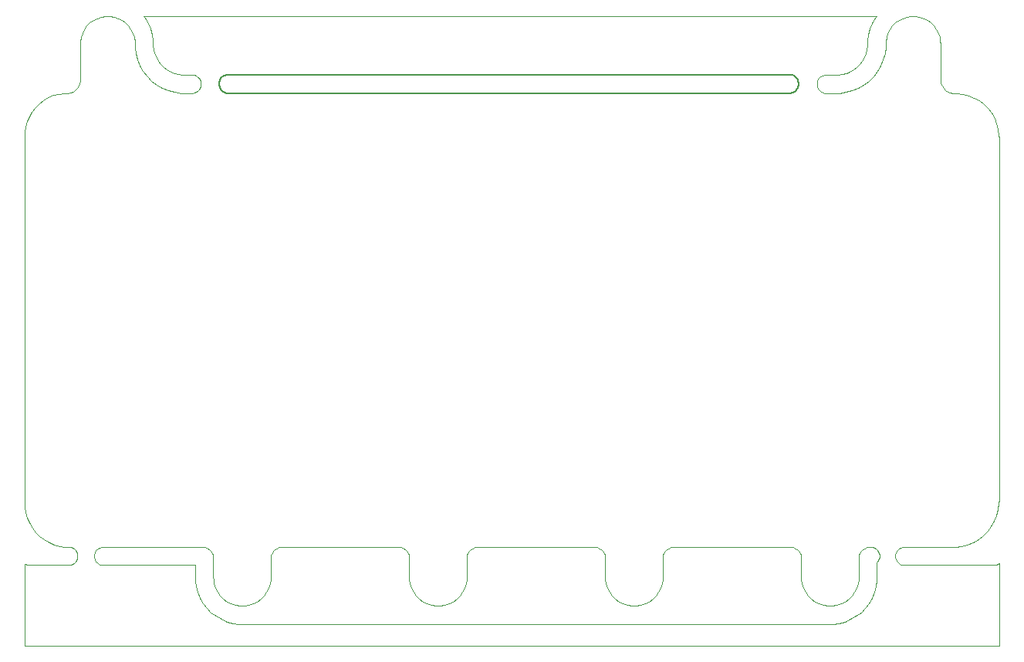
<source format=gko>
G04*
G04 #@! TF.GenerationSoftware,Altium Limited,Altium Designer,23.4.1 (23)*
G04*
G04 Layer_Color=16711935*
%FSLAX44Y44*%
%MOMM*%
G71*
G04*
G04 #@! TF.SameCoordinates,3060DD58-918D-4E1B-9459-4C9D01607EA3*
G04*
G04*
G04 #@! TF.FilePolarity,Positive*
G04*
G01*
G75*
%ADD70C,0.2000*%
%ADD71C,0.1000*%
D70*
X839985Y626586D02*
X841918Y626201D01*
X843739Y625447D01*
X845377Y624352D01*
X846770Y622959D01*
X847865Y621321D01*
X848619Y619500D01*
X849004Y617567D01*
Y616582D02*
Y617567D01*
Y615597D02*
Y616582D01*
X848619Y613664D02*
X849004Y615597D01*
X847865Y611843D02*
X848619Y613664D01*
X846770Y610205D02*
X847865Y611843D01*
X845377Y608812D02*
X846770Y610205D01*
X843739Y607717D02*
X845377Y608812D01*
X841918Y606963D02*
X843739Y607717D01*
X839985Y606578D02*
X841918Y606963D01*
X839000Y606578D02*
X839985D01*
X223000Y606578D02*
X839000Y606578D01*
X221683Y606578D02*
X223000D01*
X219139Y607260D02*
X221683Y606578D01*
X216857Y608577D02*
X219139Y607260D01*
X214995Y610439D02*
X216857Y608577D01*
X213678Y612721D02*
X214995Y610439D01*
X212996Y615265D02*
X213678Y612721D01*
X212996Y615265D02*
Y617899D01*
X213678Y620443D01*
X214995Y622724D01*
X216857Y624587D01*
X219139Y625904D01*
X221683Y626586D01*
X223000D01*
X839000Y626586D01*
X839985D01*
D71*
X928458Y108499D02*
X930403Y108126D01*
X932238Y107380D01*
X933891Y106287D01*
X935297Y104893D01*
X936403Y103249D01*
X937164Y101420D01*
X937553Y99478D01*
X937553Y98488D02*
X937553Y99478D01*
X937553Y98488D02*
X937553Y97529D01*
X937189Y95647D02*
X937553Y97529D01*
X936474Y93869D02*
X937189Y95647D01*
X935435Y92258D02*
X936474Y93869D01*
X934772Y91566D02*
X935435Y92258D01*
X934772Y91566D02*
X934772D01*
Y75488D02*
Y91566D01*
Y72113D02*
Y75488D01*
X933891Y65421D02*
X934772Y72113D01*
X932144Y58901D02*
X933891Y65421D01*
X929561Y52665D02*
X932144Y58901D01*
X926186Y46819D02*
X929561Y52665D01*
X922077Y41464D02*
X926186Y46819D01*
X917304Y36691D02*
X922077Y41464D01*
X911949Y32582D02*
X917304Y36691D01*
X906103Y29207D02*
X911949Y32582D01*
X899867Y26624D02*
X906103Y29207D01*
X893347Y24877D02*
X899867Y26624D01*
X886655Y23996D02*
X893347Y24877D01*
X879905Y23996D02*
X886655D01*
X879903Y23996D02*
X879905Y23996D01*
X671657Y23996D02*
X879903D01*
X671655Y23996D02*
X671657Y23996D01*
X664905Y23996D02*
X671655D01*
X664903Y23996D02*
X664905Y23996D01*
X456657Y23996D02*
X664903D01*
X456655Y23996D02*
X456657Y23996D01*
X449905Y23996D02*
X456655D01*
X449903Y23996D02*
X449905Y23996D01*
X241657Y23996D02*
X449903D01*
X241655Y23996D02*
X241657Y23996D01*
X234905Y23996D02*
X241655D01*
X228213Y24877D02*
X234905Y23996D01*
X221693Y26624D02*
X228213Y24877D01*
X215457Y29207D02*
X221693Y26624D01*
X209611Y32582D02*
X215457Y29207D01*
X204256Y36691D02*
X209611Y32582D01*
X199483Y41464D02*
X204256Y36691D01*
X195374Y46819D02*
X199483Y41464D01*
X191999Y52665D02*
X195374Y46819D01*
X189416Y58901D02*
X191999Y52665D01*
X187669Y65421D02*
X189416Y58901D01*
X186788Y72113D02*
X187669Y65421D01*
X186788Y72113D02*
Y75488D01*
Y88484D01*
X84683D02*
X186788D01*
X82139Y89165D02*
X84683Y88484D01*
X79857Y90483D02*
X82139Y89165D01*
X77995Y92345D02*
X79857Y90483D01*
X76678Y94626D02*
X77995Y92345D01*
X75996Y97170D02*
X76678Y94626D01*
X75996Y97170D02*
Y99805D01*
X76678Y102349D01*
X77995Y104630D01*
X79857Y106493D01*
X82139Y107810D01*
X84683Y108491D01*
X194092D01*
X194139Y108491D01*
X195385Y108487D01*
X197826Y107994D01*
X200125Y107037D01*
X202194Y105651D01*
X203955Y103890D01*
X205341Y101821D01*
X206298Y99522D01*
X206791Y97080D01*
X206796Y95835D01*
X206796Y95835D01*
X206796Y95788D01*
Y75488D02*
Y95788D01*
Y75488D02*
X206893Y73018D01*
X207666Y68138D01*
X209192Y63439D01*
X211435Y59037D01*
X214339Y55040D01*
X217833Y51547D01*
X221829Y48643D01*
X226231Y46400D01*
X230930Y44873D01*
X235810Y44101D01*
X240750D01*
X245630Y44873D01*
X250329Y46400D01*
X254730Y48643D01*
X258727Y51547D01*
X262221Y55040D01*
X265125Y59037D01*
X267368Y63439D01*
X268894Y68138D01*
X269667Y73018D01*
X269764Y75488D01*
Y95788D01*
Y97039D01*
X270252Y99493D01*
X271210Y101805D01*
X272600Y103886D01*
X274370Y105655D01*
X276450Y107045D01*
X278762Y108003D01*
X281216Y108491D01*
X282468Y108491D01*
X282468Y108491D01*
X282549Y108491D01*
X409092D01*
X409141Y108491D01*
X410389Y108486D01*
X412836Y107991D01*
X415139Y107029D01*
X417211Y105638D01*
X418973Y103869D01*
X420356Y101792D01*
X421310Y99485D01*
X421795Y97036D01*
Y95788D02*
Y97036D01*
Y95788D02*
X421795Y95788D01*
X421796Y95706D01*
Y75488D02*
Y95706D01*
Y75488D02*
X421893Y73018D01*
X422665Y68138D01*
X424192Y63439D01*
X426435Y59037D01*
X429339Y55040D01*
X432832Y51547D01*
X436829Y48643D01*
X441231Y46400D01*
X445930Y44873D01*
X450810Y44101D01*
X455750D01*
X460630Y44873D01*
X465328Y46400D01*
X469730Y48643D01*
X473727Y51547D01*
X477221Y55040D01*
X480125Y59037D01*
X482368Y63439D01*
X483894Y68138D01*
X484667Y73018D01*
X484764Y75488D01*
Y95788D01*
Y97039D01*
X485252Y99493D01*
X486210Y101805D01*
X487600Y103886D01*
X489370Y105655D01*
X491450Y107045D01*
X493762Y108003D01*
X496216Y108491D01*
X497468Y108491D01*
X497468Y108491D01*
X497549Y108491D01*
X624092D01*
X624141Y108491D01*
X625389Y108486D01*
X627836Y107991D01*
X630139Y107029D01*
X632211Y105638D01*
X633973Y103869D01*
X635356Y101792D01*
X636310Y99485D01*
X636795Y97036D01*
Y95788D02*
Y97036D01*
Y95788D02*
X636795Y95788D01*
X636796Y95706D01*
Y75488D02*
Y95706D01*
Y75488D02*
X636893Y73018D01*
X637665Y68138D01*
X639192Y63439D01*
X641435Y59037D01*
X644339Y55040D01*
X647832Y51547D01*
X651829Y48643D01*
X656231Y46400D01*
X660930Y44873D01*
X665810Y44101D01*
X670750D01*
X675630Y44873D01*
X680329Y46400D01*
X684731Y48643D01*
X688727Y51547D01*
X692221Y55040D01*
X695125Y59037D01*
X697368Y63439D01*
X698894Y68138D01*
X699667Y73018D01*
X699764Y75488D01*
Y95788D01*
Y97039D01*
X700253Y99493D01*
X701210Y101805D01*
X702600Y103886D01*
X704370Y105655D01*
X706450Y107045D01*
X708762Y108003D01*
X711216Y108491D01*
X712468Y108491D01*
X712468Y108491D01*
X712549Y108491D01*
X839070Y108491D01*
X839141Y108491D01*
X840389Y108486D01*
X842835Y107991D01*
X845139Y107029D01*
X847211Y105638D01*
X848973Y103869D01*
X850356Y101792D01*
X851309Y99485D01*
X851795Y97036D01*
Y95788D02*
Y97036D01*
Y95788D02*
X851795Y95788D01*
X851796Y95706D01*
Y75488D02*
Y95706D01*
Y75488D02*
X851893Y73018D01*
X852665Y68138D01*
X854192Y63439D01*
X856435Y59037D01*
X859339Y55040D01*
X862832Y51547D01*
X866829Y48643D01*
X871231Y46400D01*
X875930Y44873D01*
X880810Y44101D01*
X885750D01*
X890630Y44873D01*
X895329Y46400D01*
X899731Y48643D01*
X903727Y51547D01*
X907221Y55040D01*
X910125Y59037D01*
X912368Y63439D01*
X913894Y68138D01*
X914667Y73018D01*
X914764Y75488D01*
Y95788D01*
Y97039D01*
X915252Y99493D01*
X916210Y101805D01*
X917600Y103886D01*
X919370Y105655D01*
X921450Y107045D01*
X923762Y108003D01*
X926216Y108491D01*
X927467Y108491D01*
X927468Y108491D01*
X928458Y108499D01*
X839985Y626586D02*
X841918Y626201D01*
X843739Y625447D01*
X845377Y624352D01*
X846770Y622959D01*
X847865Y621321D01*
X848619Y619500D01*
X849004Y617567D01*
Y616582D02*
Y617567D01*
Y615597D02*
Y616582D01*
X848619Y613664D02*
X849004Y615597D01*
X847865Y611843D02*
X848619Y613664D01*
X846770Y610205D02*
X847865Y611843D01*
X845377Y608812D02*
X846770Y610205D01*
X843739Y607717D02*
X845377Y608812D01*
X841918Y606963D02*
X843739Y607717D01*
X839985Y606578D02*
X841918Y606963D01*
X839000Y606578D02*
X839985D01*
X223000Y606578D02*
X839000Y606578D01*
X221683Y606578D02*
X223000D01*
X219139Y607260D02*
X221683Y606578D01*
X216857Y608577D02*
X219139Y607260D01*
X214995Y610439D02*
X216857Y608577D01*
X213678Y612721D02*
X214995Y610439D01*
X212996Y615265D02*
X213678Y612721D01*
X212996Y615265D02*
Y617899D01*
X213678Y620443D01*
X214995Y622724D01*
X216857Y624587D01*
X219139Y625904D01*
X221683Y626586D01*
X223000D01*
X839000Y626586D01*
X839985D01*
X3Y560908D02*
Y560908D01*
Y560908D02*
Y560908D01*
X932839Y688776D02*
X934547Y691000D01*
X130612D02*
X934547D01*
X130612D02*
X132340Y688748D01*
X135617Y683072D01*
X138126Y677016D01*
X139822Y670684D01*
X140678Y664185D01*
Y660908D02*
Y664185D01*
Y660908D02*
X140751Y658663D01*
X141337Y654212D01*
X142499Y649875D01*
X144218Y645727D01*
X146462Y641840D01*
X149195Y638278D01*
X152370Y635103D01*
X155932Y632370D01*
X159820Y630125D01*
X163968Y628407D01*
X168304Y627245D01*
X172755Y626659D01*
X175000Y626586D01*
X183985D01*
X185918Y626201D01*
X187739Y625447D01*
X189377Y624352D01*
X190770Y622959D01*
X191865Y621321D01*
X192619Y619500D01*
X193004Y617567D01*
Y616582D02*
Y617567D01*
Y615597D02*
Y616582D01*
X192619Y613664D02*
X193004Y615597D01*
X191865Y611843D02*
X192619Y613664D01*
X190770Y610205D02*
X191865Y611843D01*
X189377Y608811D02*
X190770Y610205D01*
X187739Y607717D02*
X189377Y608811D01*
X185918Y606963D02*
X187739Y607717D01*
X183985Y606578D02*
X185918Y606963D01*
X171439Y606578D02*
X183985D01*
X164378Y607508D02*
X171439Y606578D01*
X157499Y609351D02*
X164378Y607508D01*
X150919Y612076D02*
X157499Y609351D01*
X144751Y615638D02*
X150919Y612076D01*
X139101Y619973D02*
X144751Y615638D01*
X134065Y625009D02*
X139101Y619973D01*
X129729Y630659D02*
X134065Y625009D01*
X126169Y636827D02*
X129729Y630659D01*
X123443Y643407D02*
X126169Y636827D01*
X121600Y650286D02*
X123443Y643407D01*
X120670Y657347D02*
X121600Y650286D01*
X120670Y657347D02*
X120670Y660908D01*
X120578Y663261D02*
X120670Y660908D01*
X119841Y667910D02*
X120578Y663261D01*
X118387Y672387D02*
X119841Y667910D01*
X116250Y676581D02*
X118387Y672387D01*
X113483Y680389D02*
X116250Y676581D01*
X110155Y683717D02*
X113483Y680389D01*
X106347Y686484D02*
X110155Y683717D01*
X102153Y688621D02*
X106347Y686484D01*
X97676Y690076D02*
X102153Y688621D01*
X93027Y690812D02*
X97676Y690076D01*
X88320Y690812D02*
X93027D01*
X83671Y690076D02*
X88320Y690812D01*
X79195Y688621D02*
X83671Y690076D01*
X75001Y686484D02*
X79195Y688621D01*
X71193Y683717D02*
X75001Y686484D01*
X67864Y680389D02*
X71193Y683717D01*
X65098Y676581D02*
X67864Y680389D01*
X62961Y672387D02*
X65098Y676581D01*
X61506Y667910D02*
X62961Y672387D01*
X60770Y663261D02*
X61506Y667910D01*
X60677Y660908D02*
X60770Y663261D01*
X60677Y660908D02*
X60677Y660908D01*
X60677Y621604D02*
X60677Y660908D01*
X60677Y621544D02*
X60677Y621604D01*
X60674Y620071D02*
X60677Y621544D01*
X60094Y617183D02*
X60674Y620071D01*
X58963Y614462D02*
X60094Y617183D01*
X57325Y612014D02*
X58963Y614462D01*
X55242Y609931D02*
X57325Y612014D01*
X52794Y608293D02*
X55242Y609931D01*
X50073Y607162D02*
X52794Y608293D01*
X47185Y606582D02*
X50073Y607162D01*
X45712Y606578D02*
X47185Y606582D01*
X45712Y606578D02*
X45712Y606578D01*
X45654Y606578D02*
X45712Y606578D01*
X42668Y606479D02*
X45654Y606578D01*
X36747Y605697D02*
X42668Y606479D01*
X30978Y604150D02*
X36747Y605697D01*
X25461Y601862D02*
X30978Y604150D01*
X20290Y598875D02*
X25461Y601862D01*
X15553Y595238D02*
X20290Y598875D01*
X11331Y591014D02*
X15553Y595238D01*
X7696Y586275D02*
X11331Y591014D01*
X4711Y581102D02*
X7696Y586275D01*
X2426Y575584D02*
X4711Y581102D01*
X881Y569815D02*
X2426Y575584D01*
X101Y563894D02*
X881Y569815D01*
X3Y560908D02*
X101Y563894D01*
X3Y560908D02*
X4Y156068D01*
X105Y152956D01*
X918Y146786D01*
X2528Y140775D01*
X4910Y135025D01*
X8022Y129636D01*
X11810Y124698D01*
X16211Y120298D01*
X21148Y116510D01*
X26537Y113398D01*
X32287Y111016D01*
X38298Y109406D01*
X44468Y108593D01*
X47580Y108491D01*
X48565D01*
X50498Y108107D01*
X52318Y107353D01*
X53957Y106258D01*
X55350Y104865D01*
X56445Y103226D01*
X57199Y101406D01*
X57584Y99473D01*
Y98488D02*
Y99473D01*
Y97502D02*
Y98488D01*
X57199Y95570D02*
X57584Y97502D01*
X56445Y93749D02*
X57199Y95570D01*
X55350Y92111D02*
X56445Y93749D01*
X53957Y90717D02*
X55350Y92111D01*
X52318Y89622D02*
X53957Y90717D01*
X50498Y88868D02*
X52318Y89622D01*
X48565Y88484D02*
X50498Y88868D01*
X4527Y88484D02*
X48565D01*
X2594Y88868D02*
X4527Y88484D01*
X774Y89622D02*
X2594Y88868D01*
X-0Y90139D02*
X774Y89622D01*
X-0Y0D02*
X-0Y90139D01*
X-0Y0D02*
X1069000D01*
Y90852D01*
X1068865Y90717D02*
X1069000Y90852D01*
X1067226Y89622D02*
X1068865Y90717D01*
X1065406Y88868D02*
X1067226Y89622D01*
X1063473Y88484D02*
X1065406Y88868D01*
X1062487Y88484D02*
X1063473D01*
X965000Y88484D02*
X1062487Y88484D01*
X963683Y88484D02*
X965000D01*
X961139Y89165D02*
X963683Y88484D01*
X958857Y90483D02*
X961139Y89165D01*
X956995Y92345D02*
X958857Y90483D01*
X955678Y94626D02*
X956995Y92345D01*
X954996Y97171D02*
X955678Y94626D01*
X954996Y97171D02*
Y99805D01*
X955678Y102349D01*
X956995Y104630D01*
X958857Y106493D01*
X961139Y107810D01*
X963683Y108491D01*
X965000D01*
X1017574Y108491D01*
X1017580D01*
X1020928Y108601D01*
X1027566Y109474D01*
X1034035Y111205D01*
X1040222Y113764D01*
X1046022Y117108D01*
X1051338Y121180D01*
X1056077Y125911D01*
X1060158Y131218D01*
X1063513Y137013D01*
X1066084Y143195D01*
X1067827Y149660D01*
X1068712Y156297D01*
X1068828Y159645D01*
X1068828Y159741D01*
X1068828Y557214D01*
X1068828Y557256D02*
X1068828Y557214D01*
X1068828Y557256D02*
X1068828D01*
X1068722Y560479D02*
X1068828Y557256D01*
X1067879Y566868D02*
X1068722Y560479D01*
X1066211Y573093D02*
X1067879Y566868D01*
X1063746Y579048D02*
X1066211Y573093D01*
X1060525Y584630D02*
X1063746Y579048D01*
X1056605Y589745D02*
X1060525Y584630D01*
X1052051Y594306D02*
X1056605Y589745D01*
X1046942Y598234D02*
X1052051Y594306D01*
X1041364Y601463D02*
X1046942Y598234D01*
X1035413Y603937D02*
X1041364Y601463D01*
X1029191Y605614D02*
X1035413Y603937D01*
X1022803Y606466D02*
X1029191Y605614D01*
X1019581Y606578D02*
X1022803Y606466D01*
X1019486Y606578D02*
X1019581Y606578D01*
X1018008Y606578D02*
X1019486Y606578D01*
X1015110Y607155D02*
X1018008Y606578D01*
X1012379Y608286D02*
X1015110Y607155D01*
X1009922Y609928D02*
X1012379Y608286D01*
X1007832Y612017D02*
X1009922Y609928D01*
X1006190Y614475D02*
X1007832Y612017D01*
X1005059Y617205D02*
X1006190Y614475D01*
X1004482Y620104D02*
X1005059Y617205D01*
X1004482Y620104D02*
Y621581D01*
Y660908D01*
X1004482Y660908D02*
X1004482Y660908D01*
X1004390Y663261D02*
X1004482Y660908D01*
X1003654Y667909D02*
X1004390Y663261D01*
X1002200Y672385D02*
X1003654Y667909D01*
X1000064Y676578D02*
X1002200Y672385D01*
X997298Y680386D02*
X1000064Y676578D01*
X993971Y683714D02*
X997298Y680386D01*
X990164Y686481D02*
X993971Y683714D01*
X985972Y688618D02*
X990164Y686481D01*
X981497Y690074D02*
X985972Y688618D01*
X976849Y690811D02*
X981497Y690074D01*
X972143Y690813D02*
X976849Y690811D01*
X967494Y690078D02*
X972143Y690813D01*
X963018Y688626D02*
X967494Y690078D01*
X958824Y686491D02*
X963018Y688626D01*
X955016Y683727D02*
X958824Y686491D01*
X951686Y680400D02*
X955016Y683727D01*
X948918Y676595D02*
X951686Y680400D01*
X946779Y672403D02*
X948918Y676595D01*
X945322Y667928D02*
X946779Y672403D01*
X944584Y663280D02*
X945322Y667928D01*
X944490Y660927D02*
X944584Y663280D01*
X944490Y660883D02*
Y660927D01*
X944489Y660883D02*
X944490Y660883D01*
X944488Y657323D02*
X944489Y660883D01*
X943556Y650265D02*
X944488Y657323D01*
X941711Y643388D02*
X943556Y650265D01*
X938984Y636811D02*
X941711Y643388D01*
X935422Y630646D02*
X938984Y636811D01*
X931086Y624999D02*
X935422Y630646D01*
X926051Y619966D02*
X931086Y624999D01*
X920402Y615632D02*
X926051Y619966D01*
X914235Y612073D02*
X920402Y615632D01*
X907657Y609350D02*
X914235Y612073D01*
X900780Y607507D02*
X907657Y609350D01*
X893721Y606578D02*
X900780Y607507D01*
X877683Y606578D02*
X893721D01*
X875139Y607260D02*
X877683Y606578D01*
X872858Y608577D02*
X875139Y607260D01*
X870995Y610439D02*
X872858Y608577D01*
X869678Y612721D02*
X870995Y610439D01*
X868996Y615265D02*
X869678Y612721D01*
X868996Y615265D02*
Y617899D01*
X869678Y620443D01*
X870995Y622724D01*
X872858Y624587D01*
X875139Y625904D01*
X877683Y626586D01*
X890160D01*
X892405Y626659D01*
X896856Y627245D01*
X901192Y628407D01*
X905340Y630125D01*
X909228Y632370D01*
X912790Y635103D01*
X915965Y638277D01*
X918698Y641839D01*
X920942Y645727D01*
X922660Y649875D01*
X923822Y654211D01*
X924408Y658662D01*
X924482Y660907D01*
X924482Y660949D01*
Y660949D02*
Y660949D01*
Y660949D02*
X924485Y664226D01*
X925345Y670722D01*
X927046Y677051D01*
X929558Y683103D01*
X932839Y688776D01*
M02*

</source>
